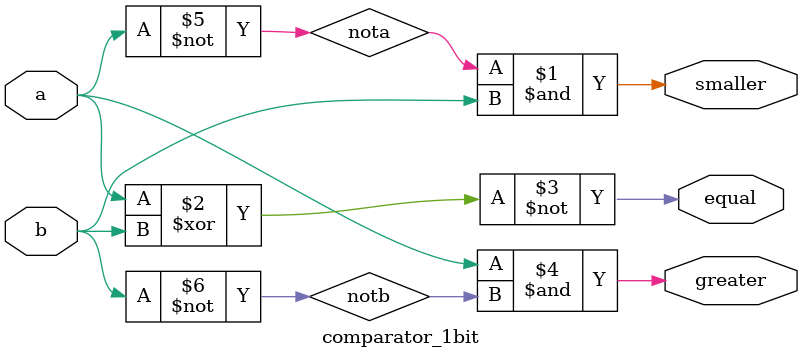
<source format=v>
module comparator_1bit (a,b,smaller,equal,greater);

input a,b;
output smaller,equal,greater;

wire nota,notb;

not NOT1(nota,a);
not NOT2(notb,b);

and AND1(smaller,nota,b);
xnor XNOR1(equal,a,b);
and AND2(greater,a,notb);
    
endmodule
</source>
